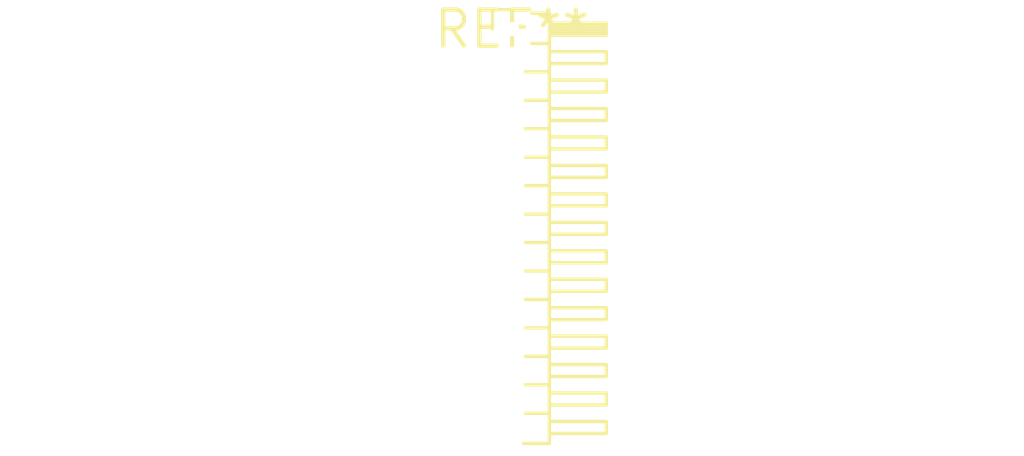
<source format=kicad_pcb>
(kicad_pcb (version 20240108) (generator pcbnew)
  (layers (0 "F.Cu" signal) (31 "B.Cu" signal) (34 "B.Paste" user) (35 "F.Paste" user) (36 "B.SilkS" user "B.Silkscreen") (37 "F.SilkS" user "F.Silkscreen") (38 "B.Mask" user) (39 "F.Mask" user) (44 "Edge.Cuts" user))
  (net 0 "")
  (footprint "PinHeader_1x15_P1.00mm_Horizontal" (layer "F.Cu") (at 0 0)
    (property "Reference" "REF**")
    (property "Value" "PinHeader_1x15_P1.00mm_Horizontal")
    (fp_line (start -0.685 -0.685) (end 0 -0.685) (layer "F.SilkS") (stroke (width 0.12)))
    (fp_line (start -0.685 0) (end -0.685 -0.685) (layer "F.SilkS") (stroke (width 0.12)))
    (fp_line (start 0.468215 1.5) (end 1.31 1.5) (layer "F.SilkS") (stroke (width 0.12)))
    (fp_line (start 0.468215 2.5) (end 1.31 2.5) (layer "F.SilkS") (stroke (width 0.12)))
    (fp_line (start 0.468215 3.5) (end 1.31 3.5) (layer "F.SilkS") (stroke (width 0.12)))
    (fp_line (start 0.468215 4.5) (end 1.31 4.5) (layer "F.SilkS") (stroke (width 0.12)))
    (fp_line (start 0.468215 5.5) (end 1.31 5.5) (layer "F.SilkS") (stroke (width 0.12)))
    (fp_line (start 0.468215 6.5) (end 1.31 6.5) (layer "F.SilkS") (stroke (width 0.12)))
    (fp_line (start 0.468215 7.5) (end 1.31 7.5) (layer "F.SilkS") (stroke (width 0.12)))
    (fp_line (start 0.468215 8.5) (end 1.31 8.5) (layer "F.SilkS") (stroke (width 0.12)))
    (fp_line (start 0.468215 9.5) (end 1.31 9.5) (layer "F.SilkS") (stroke (width 0.12)))
    (fp_line (start 0.468215 10.5) (end 1.31 10.5) (layer "F.SilkS") (stroke (width 0.12)))
    (fp_line (start 0.468215 11.5) (end 1.31 11.5) (layer "F.SilkS") (stroke (width 0.12)))
    (fp_line (start 0.468215 12.5) (end 1.31 12.5) (layer "F.SilkS") (stroke (width 0.12)))
    (fp_line (start 0.468215 13.5) (end 1.31 13.5) (layer "F.SilkS") (stroke (width 0.12)))
    (fp_line (start 0.685 -0.56) (end 1.31 -0.56) (layer "F.SilkS") (stroke (width 0.12)))
    (fp_line (start 0.685 0.5) (end 1.31 0.5) (layer "F.SilkS") (stroke (width 0.12)))
    (fp_line (start 1.31 -0.56) (end 1.31 14.56) (layer "F.SilkS") (stroke (width 0.12)))
    (fp_line (start 1.31 -0.21) (end 3.31 -0.21) (layer "F.SilkS") (stroke (width 0.12)))
    (fp_line (start 1.31 -0.15) (end 3.31 -0.15) (layer "F.SilkS") (stroke (width 0.12)))
    (fp_line (start 1.31 -0.03) (end 3.31 -0.03) (layer "F.SilkS") (stroke (width 0.12)))
    (fp_line (start 1.31 0.09) (end 3.31 0.09) (layer "F.SilkS") (stroke (width 0.12)))
    (fp_line (start 1.31 0.79) (end 3.31 0.79) (layer "F.SilkS") (stroke (width 0.12)))
    (fp_line (start 1.31 1.79) (end 3.31 1.79) (layer "F.SilkS") (stroke (width 0.12)))
    (fp_line (start 1.31 2.79) (end 3.31 2.79) (layer "F.SilkS") (stroke (width 0.12)))
    (fp_line (start 1.31 3.79) (end 3.31 3.79) (layer "F.SilkS") (stroke (width 0.12)))
    (fp_line (start 1.31 4.79) (end 3.31 4.79) (layer "F.SilkS") (stroke (width 0.12)))
    (fp_line (start 1.31 5.79) (end 3.31 5.79) (layer "F.SilkS") (stroke (width 0.12)))
    (fp_line (start 1.31 6.79) (end 3.31 6.79) (layer "F.SilkS") (stroke (width 0.12)))
    (fp_line (start 1.31 7.79) (end 3.31 7.79) (layer "F.SilkS") (stroke (width 0.12)))
    (fp_line (start 1.31 8.79) (end 3.31 8.79) (layer "F.SilkS") (stroke (width 0.12)))
    (fp_line (start 1.31 9.79) (end 3.31 9.79) (layer "F.SilkS") (stroke (width 0.12)))
    (fp_line (start 1.31 10.79) (end 3.31 10.79) (layer "F.SilkS") (stroke (width 0.12)))
    (fp_line (start 1.31 11.79) (end 3.31 11.79) (layer "F.SilkS") (stroke (width 0.12)))
    (fp_line (start 1.31 12.79) (end 3.31 12.79) (layer "F.SilkS") (stroke (width 0.12)))
    (fp_line (start 1.31 13.79) (end 3.31 13.79) (layer "F.SilkS") (stroke (width 0.12)))
    (fp_line (start 1.31 14.56) (end 0.394493 14.56) (layer "F.SilkS") (stroke (width 0.12)))
    (fp_line (start 3.31 -0.21) (end 3.31 0.21) (layer "F.SilkS") (stroke (width 0.12)))
    (fp_line (start 3.31 0.21) (end 1.31 0.21) (layer "F.SilkS") (stroke (width 0.12)))
    (fp_line (start 3.31 0.79) (end 3.31 1.21) (layer "F.SilkS") (stroke (width 0.12)))
    (fp_line (start 3.31 1.21) (end 1.31 1.21) (layer "F.SilkS") (stroke (width 0.12)))
    (fp_line (start 3.31 1.79) (end 3.31 2.21) (layer "F.SilkS") (stroke (width 0.12)))
    (fp_line (start 3.31 2.21) (end 1.31 2.21) (layer "F.SilkS") (stroke (width 0.12)))
    (fp_line (start 3.31 2.79) (end 3.31 3.21) (layer "F.SilkS") (stroke (width 0.12)))
    (fp_line (start 3.31 3.21) (end 1.31 3.21) (layer "F.SilkS") (stroke (width 0.12)))
    (fp_line (start 3.31 3.79) (end 3.31 4.21) (layer "F.SilkS") (stroke (width 0.12)))
    (fp_line (start 3.31 4.21) (end 1.31 4.21) (layer "F.SilkS") (stroke (width 0.12)))
    (fp_line (start 3.31 4.79) (end 3.31 5.21) (layer "F.SilkS") (stroke (width 0.12)))
    (fp_line (start 3.31 5.21) (end 1.31 5.21) (layer "F.SilkS") (stroke (width 0.12)))
    (fp_line (start 3.31 5.79) (end 3.31 6.21) (layer "F.SilkS") (stroke (width 0.12)))
    (fp_line (start 3.31 6.21) (end 1.31 6.21) (layer "F.SilkS") (stroke (width 0.12)))
    (fp_line (start 3.31 6.79) (end 3.31 7.21) (layer "F.SilkS") (stroke (width 0.12)))
    (fp_line (start 3.31 7.21) (end 1.31 7.21) (layer "F.SilkS") (stroke (width 0.12)))
    (fp_line (start 3.31 7.79) (end 3.31 8.21) (layer "F.SilkS") (stroke (width 0.12)))
    (fp_line (start 3.31 8.21) (end 1.31 8.21) (layer "F.SilkS") (stroke (width 0.12)))
    (fp_line (start 3.31 8.79) (end 3.31 9.21) (layer "F.SilkS") (stroke (width 0.12)))
    (fp_line (start 3.31 9.21) (end 1.31 9.21) (layer "F.SilkS") (stroke (width 0.12)))
    (fp_line (start 3.31 9.79) (end 3.31 10.21) (layer "F.SilkS") (stroke (width 0.12)))
    (fp_line (start 3.31 10.21) (end 1.31 10.21) (layer "F.SilkS") (stroke (width 0.12)))
    (fp_line (start 3.31 10.79) (end 3.31 11.21) (layer "F.SilkS") (stroke (width 0.12)))
    (fp_line (start 3.31 11.21) (end 1.31 11.21) (layer "F.SilkS") (stroke (width 0.12)))
    (fp_line (start 3.31 11.79) (end 3.31 12.21) (layer "F.SilkS") (stroke (width 0.12)))
    (fp_line (start 3.31 12.21) (end 1.31 12.21) (layer "F.SilkS") (stroke (width 0.12)))
    (fp_line (start 3.31 12.79) (end 3.31 13.21) (layer "F.SilkS") (stroke (width 0.12)))
    (fp_line (start 3.31 13.21) (end 1.31 13.21) (layer "F.SilkS") (stroke (width 0.12)))
    (fp_line (start 3.31 13.79) (end 3.31 14.21) (layer "F.SilkS") (stroke (width 0.12)))
    (fp_line (start 3.31 14.21) (end 1.31 14.21) (layer "F.SilkS") (stroke (width 0.12)))
    (pad "1" thru_hole rect (at 0 0) (size 0.85 0.85) (drill 0.5) (layers *.Cu *.Mask) (remove_unused_layers))
    (pad "2" thru_hole oval (at 0 1) (size 0.85 0.85) (drill 0.5) (layers *.Cu *.Mask) (remove_unused_layers))
    (pad "3" thru_hole oval (at 0 2) (size 0.85 0.85) (drill 0.5) (layers *.Cu *.Mask) (remove_unused_layers))
    (pad "4" thru_hole oval (at 0 3) (size 0.85 0.85) (drill 0.5) (layers *.Cu *.Mask) (remove_unused_layers))
    (pad "5" thru_hole oval (at 0 4) (size 0.85 0.85) (drill 0.5) (layers *.Cu *.Mask) (remove_unused_layers))
    (pad "6" thru_hole oval (at 0 5) (size 0.85 0.85) (drill 0.5) (layers *.Cu *.Mask) (remove_unused_layers))
    (pad "7" thru_hole oval (at 0 6) (size 0.85 0.85) (drill 0.5) (layers *.Cu *.Mask) (remove_unused_layers))
    (pad "8" thru_hole oval (at 0 7) (size 0.85 0.85) (drill 0.5) (layers *.Cu *.Mask) (remove_unused_layers))
    (pad "9" thru_hole oval (at 0 8) (size 0.85 0.85) (drill 0.5) (layers *.Cu *.Mask) (remove_unused_layers))
    (pad "10" thru_hole oval (at 0 9) (size 0.85 0.85) (drill 0.5) (layers *.Cu *.Mask) (remove_unused_layers))
    (pad "11" thru_hole oval (at 0 10) (size 0.85 0.85) (drill 0.5) (layers *.Cu *.Mask) (remove_unused_layers))
    (pad "12" thru_hole oval (at 0 11) (size 0.85 0.85) (drill 0.5) (layers *.Cu *.Mask) (remove_unused_layers))
    (pad "13" thru_hole oval (at 0 12) (size 0.85 0.85) (drill 0.5) (layers *.Cu *.Mask) (remove_unused_layers))
    (pad "14" thru_hole oval (at 0 13) (size 0.85 0.85) (drill 0.5) (layers *.Cu *.Mask) (remove_unused_layers))
    (pad "15" thru_hole oval (at 0 14) (size 0.85 0.85) (drill 0.5) (layers *.Cu *.Mask) (remove_unused_layers))
  )
)
</source>
